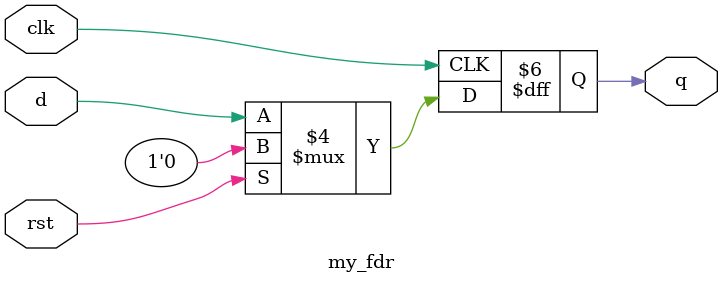
<source format=v>

`timescale 1ns / 1ps
`include  "noc_pkt.vh"

module my_fdr (
  input wire clk,
  input wire rst,
  input wire d,
  output reg q);

always @(posedge clk) begin
  if (rst == 1) begin
    q <= 1'b0;
  end else begin
    q <= d;
  end
end
endmodule


</source>
